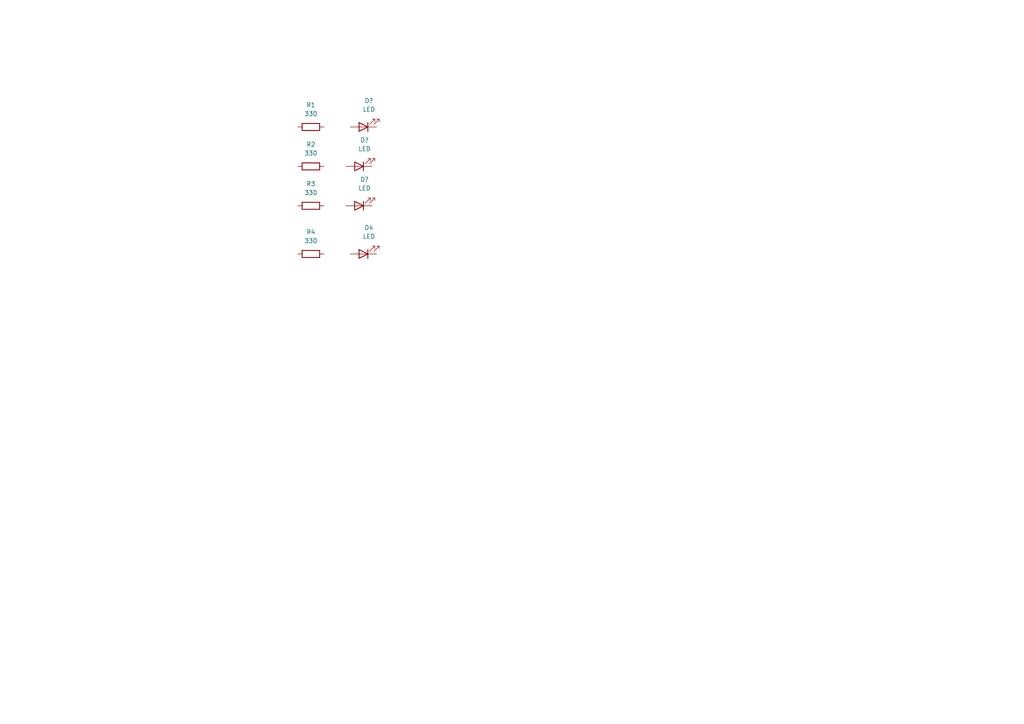
<source format=kicad_sch>
(kicad_sch (version 20211123) (generator eeschema)
  (paper "A4")
  (lib_symbols
    (symbol "Device:LED" (pin_numbers hide) (pin_names (offset 1.016) hide)
      (property "Reference" "D" (at 0 2.54 0))
      (property "Value" "LED" (at 0 -2.54 0))
      (symbol "LED_0_1"
        (polyline (pts (xy -1.27 -1.27) (xy -1.27 1.27)) (stroke (width 0.254)))
        (polyline (pts (xy -1.27 0) (xy 1.27 0)))
        (polyline (pts (xy 1.27 -1.27) (xy 1.27 1.27) (xy -1.27 0) (xy 1.27 -1.27)) (stroke (width 0.254)))
        (polyline (pts (xy -3.048 -0.762) (xy -4.572 -2.286) (xy -3.81 -2.286) (xy -4.572 -2.286) (xy -4.572 -1.524)))
        (polyline (pts (xy -1.778 -0.762) (xy -3.302 -2.286) (xy -2.54 -2.286) (xy -3.302 -2.286) (xy -3.302 -1.524)))
      )
      (symbol "LED_1_1"
        (pin passive line (at -3.81 0 0) (length 2.54) (name "K") (number "1"))
        (pin passive line (at 3.81 0 180) (length 2.54) (name "A") (number "2"))
      )
    )
    (symbol "Device:R" (pin_numbers hide) (pin_names (offset 0))
      (property "Reference" "R" (at 2.032 0 90))
      (property "Value" "R" (at 0 0 90))
      (symbol "R_0_1"
        (rectangle (start -1.016 -2.54) (end 1.016 2.54) (stroke (width 0.254)))
      )
      (symbol "R_1_1"
        (pin passive line (at 0 3.81 270) (length 1.27) (name "~") (number "1"))
        (pin passive line (at 0 -3.81 90) (length 1.27) (name "~") (number "2"))
      )
    )
  )
  (symbol (lib_id "Device:R") (at 90.17 36.83 270) (unit 1)
    (property "Reference" "R1" (at 90.17 30.48 90))
    (property "Value" "330" (at 90.17 33.02 90))
  )
  (symbol (lib_id "Device:LED") (at 105.41 36.83 180) (unit 1)
    (property "Reference" "D?" (at 106.9975 29.21 0))
    (property "Value" "LED" (at 106.9975 31.75 0))
  )
  (symbol (lib_id "Device:LED") (at 104.14 48.26 180) (unit 1)
    (property "Reference" "D?" (at 105.7275 40.64 0))
    (property "Value" "LED" (at 105.7275 43.18 0))
  )
  (symbol (lib_id "Device:R") (at 90.17 73.66 270) (unit 1)
    (property "Reference" "R4" (at 90.17 67.31 90))
    (property "Value" "330" (at 90.17 69.85 90))
  )
  (symbol (lib_id "Device:LED") (at 104.14 59.69 180) (unit 1)
    (property "Reference" "D?" (at 105.7275 52.07 0))
    (property "Value" "LED" (at 105.7275 54.61 0))
  )
  (symbol (lib_id "Device:R") (at 90.17 48.26 270) (unit 1)
    (property "Reference" "R2" (at 90.17 41.91 90))
    (property "Value" "330" (at 90.17 44.45 90))
  )
  (symbol (lib_id "Device:R") (at 90.17 59.69 270) (unit 1)
    (property "Reference" "R3" (at 90.17 53.34 90))
    (property "Value" "330" (at 90.17 55.88 90))
  )
  (symbol (lib_id "Device:LED") (at 105.41 73.66 180) (unit 1)
    (property "Reference" "D4" (at 106.9975 66.04 0))
    (property "Value" "LED" (at 106.9975 68.58 0))
  )
)
</source>
